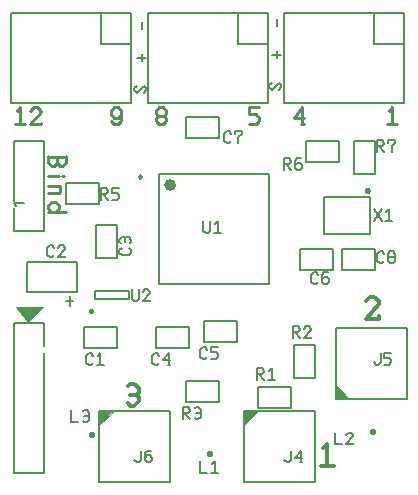
<source format=gto>
G04 Generated by Ultiboard 14.1 *
%FSLAX24Y24*%
%MOIN*%

%ADD10C,0.0001*%
%ADD11C,0.0080*%
%ADD12C,0.0001*%
%ADD13C,0.0060*%
%ADD14C,0.0001*%
%ADD15C,0.0120*%
%ADD16C,0.0100*%
%ADD17C,0.0061*%
%ADD18C,0.0197*%
%ADD19C,0.0079*%
%ADD20C,0.0098*%
%ADD21C,0.0070*%
%ADD22C,0.02081*%
%ADD23C,0.02236*%


G04 ColorRGB FFFF00 for the following layer *
%LNSilkscreen Top*%
%LPD*%
G54D10*
G54D11*
X5763Y2067D02*
X5763Y2461D01*
X5920Y2461D01*
X5998Y2382D01*
X5998Y2343D01*
X5920Y2264D01*
X5763Y2264D01*
X5802Y2264D02*
X5998Y2067D01*
X6155Y2421D02*
X6194Y2461D01*
X6272Y2461D01*
X6351Y2382D01*
X6351Y2303D01*
X6312Y2264D01*
X6351Y2224D01*
X6351Y2146D01*
X6272Y2067D01*
X6194Y2067D01*
X6155Y2106D01*
X6194Y2264D02*
X6312Y2264D01*
X6950Y2650D02*
X5850Y2650D01*
X5850Y3350D02*
X6950Y3350D01*
X5850Y2650D02*
X5850Y3350D01*
X6950Y3350D02*
X6950Y2650D01*
X8239Y3367D02*
X8239Y3761D01*
X8396Y3761D01*
X8474Y3682D01*
X8474Y3643D01*
X8396Y3564D01*
X8239Y3564D01*
X8278Y3564D02*
X8474Y3367D01*
X8631Y3682D02*
X8709Y3761D01*
X8709Y3367D01*
X8592Y3367D02*
X8827Y3367D01*
X9350Y2450D02*
X8250Y2450D01*
X8250Y3150D02*
X9350Y3150D01*
X8250Y2450D02*
X8250Y3150D01*
X9350Y3150D02*
X9350Y2450D01*
X9134Y697D02*
X9212Y618D01*
X9291Y618D01*
X9369Y697D01*
X9369Y1012D01*
X9722Y776D02*
X9486Y776D01*
X9682Y1012D01*
X9682Y618D01*
X9643Y618D02*
X9722Y618D01*
X4134Y697D02*
X4212Y618D01*
X4291Y618D01*
X4369Y697D01*
X4369Y1012D01*
X4682Y1012D02*
X4565Y1012D01*
X4486Y933D01*
X4486Y776D01*
X4486Y697D01*
X4565Y618D01*
X4643Y618D01*
X4722Y697D01*
X4722Y776D01*
X4643Y854D01*
X4565Y854D01*
X4486Y776D01*
X9439Y4767D02*
X9439Y5161D01*
X9596Y5161D01*
X9674Y5082D01*
X9674Y5043D01*
X9596Y4964D01*
X9439Y4964D01*
X9478Y4964D02*
X9674Y4767D01*
X9792Y5082D02*
X9870Y5161D01*
X9949Y5161D01*
X10027Y5082D01*
X10027Y5043D01*
X9792Y4767D01*
X10027Y4767D01*
X10027Y4806D01*
X10150Y4550D02*
X10150Y3450D01*
X9450Y3450D02*
X9450Y4550D01*
X10150Y3450D02*
X9450Y3450D01*
X9450Y4550D02*
X10150Y4550D01*
X1120Y4510D02*
X1120Y5260D01*
X120Y5260D01*
X1120Y260D02*
X120Y260D01*
X120Y5260D01*
X1120Y260D02*
X1120Y4260D01*
X120Y8350D02*
X1120Y8350D01*
X120Y11350D02*
X1120Y11350D01*
X120Y11350D02*
X120Y9350D01*
X120Y9100D02*
X120Y8350D01*
X120Y9267D02*
X453Y9267D01*
X203Y9183D02*
X120Y9267D01*
X1120Y11350D02*
X1120Y8350D01*
X4454Y12939D02*
X4533Y13018D01*
X4533Y13096D01*
X4454Y13174D01*
X4218Y12939D01*
X4139Y13018D01*
X4139Y13096D01*
X4218Y13174D01*
X4376Y13997D02*
X4376Y14233D01*
X4218Y14115D02*
X4533Y14115D01*
X4376Y15056D02*
X4376Y15291D01*
X8954Y13039D02*
X9033Y13118D01*
X9033Y13196D01*
X8954Y13274D01*
X8718Y13039D01*
X8639Y13118D01*
X8639Y13196D01*
X8718Y13274D01*
X8876Y14097D02*
X8876Y14333D01*
X8718Y14215D02*
X9033Y14215D01*
X8876Y15156D02*
X8876Y15391D01*
X12111Y3959D02*
X12189Y3880D01*
X12268Y3880D01*
X12346Y3959D01*
X12346Y4273D01*
X12699Y4273D02*
X12464Y4273D01*
X12464Y4116D01*
X12620Y4116D01*
X12699Y4037D01*
X12699Y3959D01*
X12620Y3880D01*
X12464Y3880D01*
X13130Y12593D02*
X9130Y12593D01*
X9130Y15613D01*
X13130Y15613D01*
X13130Y12593D01*
X13130Y15613D02*
X13130Y13613D01*
X12130Y14573D02*
X12130Y15573D01*
X13130Y14573D02*
X12140Y14573D01*
X8580Y15613D02*
X8580Y13613D01*
X7580Y14573D02*
X7580Y15573D01*
X8580Y14573D02*
X7590Y14573D01*
X8580Y12593D02*
X4580Y12593D01*
X4580Y15613D01*
X8580Y15613D01*
X8580Y12593D01*
X4030Y15613D02*
X4030Y13613D01*
X3030Y14573D02*
X3030Y15573D01*
X4030Y14573D02*
X3040Y14573D01*
X4030Y12593D02*
X30Y12593D01*
X30Y15613D01*
X4030Y15613D01*
X4030Y12593D01*
X12239Y10967D02*
X12239Y11361D01*
X12396Y11361D01*
X12474Y11282D01*
X12474Y11243D01*
X12396Y11164D01*
X12239Y11164D01*
X12278Y11164D02*
X12474Y10967D01*
X12709Y10967D02*
X12709Y11164D01*
X12827Y11282D01*
X12827Y11361D01*
X12592Y11361D01*
X12592Y11282D01*
X12150Y11350D02*
X12150Y10250D01*
X11450Y10250D02*
X11450Y11350D01*
X12150Y10250D02*
X11450Y10250D01*
X11450Y11350D02*
X12150Y11350D01*
X9139Y10367D02*
X9139Y10761D01*
X9296Y10761D01*
X9374Y10682D01*
X9374Y10643D01*
X9296Y10564D01*
X9139Y10564D01*
X9178Y10564D02*
X9374Y10367D01*
X9688Y10761D02*
X9570Y10761D01*
X9492Y10682D01*
X9492Y10524D01*
X9492Y10446D01*
X9570Y10367D01*
X9649Y10367D01*
X9727Y10446D01*
X9727Y10524D01*
X9649Y10603D01*
X9570Y10603D01*
X9492Y10524D01*
X9850Y11350D02*
X10950Y11350D01*
X10950Y10650D02*
X9850Y10650D01*
X10950Y11350D02*
X10950Y10650D01*
X9850Y10650D02*
X9850Y11350D01*
X3039Y9367D02*
X3039Y9761D01*
X3196Y9761D01*
X3274Y9682D01*
X3274Y9643D01*
X3196Y9564D01*
X3039Y9564D01*
X3078Y9564D02*
X3274Y9367D01*
X3627Y9761D02*
X3392Y9761D01*
X3392Y9603D01*
X3549Y9603D01*
X3627Y9524D01*
X3627Y9446D01*
X3549Y9367D01*
X3392Y9367D01*
X1850Y9950D02*
X2950Y9950D01*
X2950Y9250D02*
X1850Y9250D01*
X2950Y9950D02*
X2950Y9250D01*
X1850Y9250D02*
X1850Y9950D01*
X7374Y11346D02*
X7296Y11268D01*
X7217Y11268D01*
X7139Y11346D01*
X7139Y11582D01*
X7217Y11661D01*
X7296Y11661D01*
X7374Y11582D01*
X7608Y11268D02*
X7608Y11464D01*
X7726Y11582D01*
X7726Y11661D01*
X7491Y11661D01*
X7491Y11582D01*
X12140Y9060D02*
X12375Y8667D01*
X12140Y8667D02*
X12375Y9060D01*
X12531Y8982D02*
X12609Y9060D01*
X12609Y8667D01*
X12492Y8667D02*
X12727Y8667D01*
X12474Y7346D02*
X12396Y7268D01*
X12317Y7268D01*
X12239Y7346D01*
X12239Y7582D01*
X12317Y7661D01*
X12396Y7661D01*
X12474Y7582D01*
X12748Y7268D02*
X12669Y7268D01*
X12591Y7346D01*
X12591Y7425D01*
X12630Y7464D01*
X12591Y7504D01*
X12591Y7582D01*
X12669Y7661D01*
X12748Y7661D01*
X12826Y7582D01*
X12826Y7504D01*
X12787Y7464D01*
X12826Y7425D01*
X12826Y7346D01*
X12748Y7268D01*
X12630Y7464D02*
X12787Y7464D01*
X3954Y7774D02*
X4032Y7696D01*
X4032Y7617D01*
X3954Y7539D01*
X3718Y7539D01*
X3639Y7617D01*
X3639Y7696D01*
X3718Y7774D01*
X3679Y7930D02*
X3639Y7969D01*
X3639Y8048D01*
X3718Y8126D01*
X3796Y8126D01*
X3836Y8087D01*
X3875Y8126D01*
X3954Y8126D01*
X4032Y8048D01*
X4032Y7969D01*
X3993Y7930D01*
X3836Y7969D02*
X3836Y8087D01*
X1863Y6000D02*
X2098Y6000D01*
X1980Y6157D02*
X1980Y5843D01*
X1474Y7546D02*
X1396Y7468D01*
X1317Y7468D01*
X1239Y7546D01*
X1239Y7782D01*
X1317Y7861D01*
X1396Y7861D01*
X1474Y7782D01*
X1591Y7782D02*
X1669Y7861D01*
X1748Y7861D01*
X1826Y7782D01*
X1826Y7743D01*
X1591Y7468D01*
X1826Y7468D01*
X1826Y7507D01*
X567Y7300D02*
X2233Y7300D01*
X2233Y6300D02*
X567Y6300D01*
X2233Y7300D02*
X2233Y6300D01*
X567Y6300D02*
X567Y7300D01*
X4063Y6389D02*
X4063Y6075D01*
X4141Y5996D01*
X4219Y5996D01*
X4297Y6075D01*
X4297Y6389D01*
X4415Y6310D02*
X4493Y6389D01*
X4571Y6389D01*
X4649Y6310D01*
X4649Y6271D01*
X4415Y5996D01*
X4649Y5996D01*
X4649Y6035D01*
X2774Y3946D02*
X2696Y3868D01*
X2617Y3868D01*
X2539Y3946D01*
X2539Y4182D01*
X2617Y4261D01*
X2696Y4261D01*
X2774Y4182D01*
X2930Y4182D02*
X3008Y4261D01*
X3008Y3868D01*
X2891Y3868D02*
X3126Y3868D01*
X4974Y3946D02*
X4896Y3868D01*
X4817Y3868D01*
X4739Y3946D01*
X4739Y4182D01*
X4817Y4261D01*
X4896Y4261D01*
X4974Y4182D01*
X5326Y4025D02*
X5091Y4025D01*
X5287Y4261D01*
X5287Y3868D01*
X5248Y3868D02*
X5326Y3868D01*
X2039Y2361D02*
X2039Y1967D01*
X2274Y1967D01*
X2431Y2321D02*
X2470Y2361D01*
X2549Y2361D01*
X2627Y2282D01*
X2627Y2203D01*
X2588Y2164D01*
X2627Y2124D01*
X2627Y2046D01*
X2549Y1967D01*
X2470Y1967D01*
X2431Y2006D01*
X2470Y2164D02*
X2588Y2164D01*
X6339Y661D02*
X6339Y267D01*
X6574Y267D01*
X6731Y582D02*
X6810Y661D01*
X6810Y267D01*
X6692Y267D02*
X6927Y267D01*
X10834Y1612D02*
X10834Y1218D01*
X11069Y1218D01*
X11186Y1533D02*
X11265Y1612D01*
X11343Y1612D01*
X11422Y1533D01*
X11422Y1494D01*
X11186Y1218D01*
X11422Y1218D01*
X11422Y1257D01*
X6574Y4146D02*
X6496Y4068D01*
X6417Y4068D01*
X6339Y4146D01*
X6339Y4382D01*
X6417Y4461D01*
X6496Y4461D01*
X6574Y4382D01*
X6926Y4461D02*
X6691Y4461D01*
X6691Y4304D01*
X6848Y4304D01*
X6926Y4225D01*
X6926Y4146D01*
X6848Y4068D01*
X6691Y4068D01*
X10274Y6646D02*
X10196Y6568D01*
X10117Y6568D01*
X10039Y6646D01*
X10039Y6882D01*
X10117Y6961D01*
X10196Y6961D01*
X10274Y6882D01*
X10587Y6961D02*
X10469Y6961D01*
X10391Y6882D01*
X10391Y6725D01*
X10391Y6646D01*
X10469Y6568D01*
X10548Y6568D01*
X10626Y6646D01*
X10626Y6725D01*
X10548Y6804D01*
X10469Y6804D01*
X10391Y6725D01*
G54D12*
G36*
X600Y5300D02*
X600Y5300D01*
X200Y5800D01*
X1100Y5800D01*
X600Y5300D01*
D02*
G37*
X200Y5800D01*
X1100Y5800D01*
X600Y5300D01*
G54D13*
X10161Y-42D02*
X7799Y-42D01*
X7799Y2320D01*
X10161Y2320D01*
X10161Y-42D01*
X5331Y-42D02*
X2969Y-42D01*
X2969Y2320D01*
X5331Y2320D01*
X5331Y-42D01*
X13222Y5101D02*
X10860Y5101D01*
X10860Y2739D01*
X13222Y2739D01*
X13222Y5101D01*
X12000Y8230D02*
X10450Y8230D01*
X10450Y9460D01*
X12000Y9460D01*
X12000Y8230D01*
G54D14*
G36*
X7800Y2300D02*
X7800Y2300D01*
X8240Y2300D01*
X7800Y1880D01*
X7800Y2300D01*
D02*
G37*
X8240Y2300D01*
X7800Y1880D01*
X7800Y2300D01*
G36*
X2970Y2300D02*
X2970Y2300D01*
X3410Y2300D01*
X2970Y1880D01*
X2970Y2300D01*
D02*
G37*
X3410Y2300D01*
X2970Y1880D01*
X2970Y2300D01*
G36*
X10880Y2740D02*
X10880Y2740D01*
X10880Y3180D01*
X11300Y2740D01*
X10880Y2740D01*
D02*
G37*
X10880Y3180D01*
X11300Y2740D01*
X10880Y2740D01*
G54D15*
X3922Y3157D02*
X3993Y3229D01*
X4136Y3229D01*
X4278Y3086D01*
X4278Y2943D01*
X4207Y2871D01*
X4278Y2800D01*
X4278Y2657D01*
X4136Y2514D01*
X3993Y2514D01*
X3922Y2586D01*
X3993Y2871D02*
X4207Y2871D01*
X10422Y1086D02*
X10564Y1229D01*
X10564Y514D01*
X10351Y514D02*
X10778Y514D01*
X11851Y5986D02*
X11993Y6129D01*
X12136Y6129D01*
X12278Y5986D01*
X12278Y5914D01*
X11851Y5414D01*
X12278Y5414D01*
X12278Y5486D01*
G54D16*
X1271Y10843D02*
X1271Y10616D01*
X1386Y10502D01*
X1443Y10502D01*
X1557Y10616D01*
X1671Y10502D01*
X1729Y10502D01*
X1843Y10616D01*
X1843Y10786D01*
X1843Y10843D01*
X1557Y10786D02*
X1557Y10616D01*
X1843Y10786D02*
X1271Y10786D01*
X1271Y10160D02*
X1614Y10160D01*
X1729Y10160D02*
X1786Y10160D01*
X1271Y9819D02*
X1614Y9819D01*
X1671Y9819D01*
X1614Y9819D02*
X1671Y9762D01*
X1671Y9648D01*
X1614Y9592D01*
X1271Y9592D01*
X1386Y8966D02*
X1271Y9080D01*
X1271Y9193D01*
X1386Y9307D01*
X1500Y9307D01*
X1614Y9193D01*
X1614Y9080D01*
X1500Y8966D01*
X1843Y8966D02*
X1271Y8966D01*
X214Y12345D02*
X328Y12460D01*
X328Y11888D01*
X157Y11888D02*
X498Y11888D01*
X669Y12345D02*
X783Y12460D01*
X896Y12460D01*
X1010Y12345D01*
X1010Y12288D01*
X669Y11888D01*
X1010Y11888D01*
X1010Y11945D01*
X3357Y12002D02*
X3471Y11888D01*
X3584Y11888D01*
X3698Y12002D01*
X3698Y12231D01*
X3698Y12345D01*
X3584Y12460D01*
X3471Y12460D01*
X3357Y12345D01*
X3357Y12231D01*
X3471Y12117D01*
X3584Y12117D01*
X3698Y12231D01*
X5084Y11888D02*
X4971Y11888D01*
X4857Y12002D01*
X4857Y12117D01*
X4914Y12174D01*
X4857Y12231D01*
X4857Y12345D01*
X4971Y12460D01*
X5084Y12460D01*
X5198Y12345D01*
X5198Y12231D01*
X5141Y12174D01*
X5198Y12117D01*
X5198Y12002D01*
X5084Y11888D01*
X4914Y12174D02*
X5141Y12174D01*
X8298Y12460D02*
X7957Y12460D01*
X7957Y12231D01*
X8184Y12231D01*
X8298Y12117D01*
X8298Y12002D01*
X8184Y11888D01*
X7957Y11888D01*
X9798Y12117D02*
X9457Y12117D01*
X9741Y12460D01*
X9741Y11888D01*
X9684Y11888D02*
X9798Y11888D01*
X12614Y12345D02*
X12728Y12460D01*
X12728Y11888D01*
X12557Y11888D02*
X12898Y11888D01*
G54D17*
X6439Y8661D02*
X6439Y8346D01*
X6518Y8267D01*
X6596Y8267D01*
X6674Y8346D01*
X6674Y8661D01*
X6831Y8582D02*
X6910Y8661D01*
X6910Y8267D01*
X6792Y8267D02*
X7027Y8267D01*
G54D18*
X5235Y9867D02*
G75*
D01*
G02X5235Y9867I98J0*
G01*
G54D19*
X4969Y10231D02*
X8631Y10231D01*
X8631Y6569D01*
X4969Y6569D01*
X4969Y10231D01*
X3971Y6072D02*
X3971Y6328D01*
X2829Y6328D02*
X2829Y6072D01*
X3971Y6072D01*
X3971Y6328D02*
X2829Y6328D01*
G54D20*
X4290Y10132D02*
G75*
D01*
G02X4290Y10132I49J0*
G01*
X2662Y5649D02*
G75*
D01*
G02X2662Y5649I49J0*
G01*
G54D21*
X5850Y12150D02*
X6950Y12150D01*
X6950Y11450D02*
X5850Y11450D01*
X5850Y12150D01*
X6950Y12150D02*
X6950Y11450D01*
X12150Y7050D02*
X11050Y7050D01*
X11050Y7750D02*
X12150Y7750D01*
X12150Y7050D01*
X11050Y7050D02*
X11050Y7750D01*
X2850Y7450D02*
X2850Y8550D01*
X3550Y8550D02*
X3550Y7450D01*
X2850Y7450D01*
X2850Y8550D02*
X3550Y8550D01*
X3550Y4450D02*
X2450Y4450D01*
X2450Y5150D02*
X3550Y5150D01*
X3550Y4450D01*
X2450Y4450D02*
X2450Y5150D01*
X4850Y5150D02*
X5950Y5150D01*
X5950Y4450D02*
X4850Y4450D01*
X4850Y5150D01*
X5950Y5150D02*
X5950Y4450D01*
X7550Y4650D02*
X6450Y4650D01*
X6450Y5350D02*
X7550Y5350D01*
X7550Y4650D01*
X6450Y4650D02*
X6450Y5350D01*
X9650Y7750D02*
X10750Y7750D01*
X10750Y7050D02*
X9650Y7050D01*
X9650Y7750D01*
X10750Y7750D02*
X10750Y7050D01*
G54D22*
X11930Y9675D03*
G54D23*
X2724Y1527D03*
X6650Y900D03*
X12100Y1650D03*

M02*

</source>
